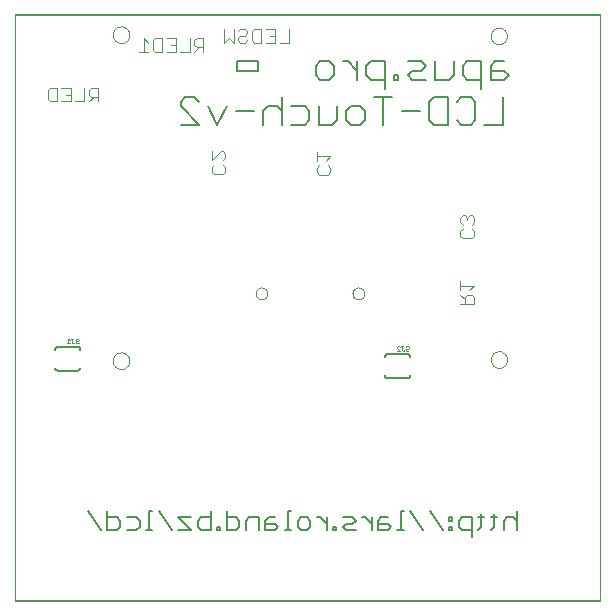
<source format=gbo>
G75*
G70*
%OFA0B0*%
%FSLAX24Y24*%
%IPPOS*%
%LPD*%
%AMOC8*
5,1,8,0,0,1.08239X$1,22.5*
%
%ADD10C,0.0000*%
%ADD11C,0.0080*%
%ADD12C,0.0060*%
%ADD13C,0.0040*%
%ADD14C,0.0010*%
D10*
X000736Y000100D02*
X000736Y019663D01*
X020252Y019663D01*
X020252Y000100D01*
X000736Y000100D01*
X000750Y000128D02*
X000750Y019628D01*
X020250Y019628D01*
X020250Y000128D01*
X000750Y000128D01*
X004004Y008120D02*
X004006Y008153D01*
X004012Y008185D01*
X004021Y008216D01*
X004034Y008246D01*
X004051Y008274D01*
X004071Y008300D01*
X004094Y008324D01*
X004119Y008344D01*
X004147Y008362D01*
X004176Y008376D01*
X004207Y008386D01*
X004239Y008393D01*
X004272Y008396D01*
X004305Y008395D01*
X004337Y008390D01*
X004368Y008381D01*
X004399Y008369D01*
X004427Y008353D01*
X004454Y008334D01*
X004478Y008312D01*
X004499Y008287D01*
X004518Y008260D01*
X004533Y008231D01*
X004544Y008201D01*
X004552Y008169D01*
X004556Y008136D01*
X004556Y008104D01*
X004552Y008071D01*
X004544Y008039D01*
X004533Y008009D01*
X004518Y007980D01*
X004499Y007953D01*
X004478Y007928D01*
X004454Y007906D01*
X004427Y007887D01*
X004399Y007871D01*
X004368Y007859D01*
X004337Y007850D01*
X004305Y007845D01*
X004272Y007844D01*
X004239Y007847D01*
X004207Y007854D01*
X004176Y007864D01*
X004147Y007878D01*
X004119Y007896D01*
X004094Y007916D01*
X004071Y007940D01*
X004051Y007966D01*
X004034Y007994D01*
X004021Y008024D01*
X004012Y008055D01*
X004006Y008087D01*
X004004Y008120D01*
X008768Y010364D02*
X008770Y010391D01*
X008776Y010418D01*
X008785Y010444D01*
X008798Y010468D01*
X008814Y010491D01*
X008833Y010510D01*
X008855Y010527D01*
X008879Y010541D01*
X008904Y010551D01*
X008931Y010558D01*
X008958Y010561D01*
X008986Y010560D01*
X009013Y010555D01*
X009039Y010547D01*
X009063Y010535D01*
X009086Y010519D01*
X009107Y010501D01*
X009124Y010480D01*
X009139Y010456D01*
X009150Y010431D01*
X009158Y010405D01*
X009162Y010378D01*
X009162Y010350D01*
X009158Y010323D01*
X009150Y010297D01*
X009139Y010272D01*
X009124Y010248D01*
X009107Y010227D01*
X009086Y010209D01*
X009064Y010193D01*
X009039Y010181D01*
X009013Y010173D01*
X008986Y010168D01*
X008958Y010167D01*
X008931Y010170D01*
X008904Y010177D01*
X008879Y010187D01*
X008855Y010201D01*
X008833Y010218D01*
X008814Y010237D01*
X008798Y010260D01*
X008785Y010284D01*
X008776Y010310D01*
X008770Y010337D01*
X008768Y010364D01*
X011996Y010364D02*
X011998Y010391D01*
X012004Y010418D01*
X012013Y010444D01*
X012026Y010468D01*
X012042Y010491D01*
X012061Y010510D01*
X012083Y010527D01*
X012107Y010541D01*
X012132Y010551D01*
X012159Y010558D01*
X012186Y010561D01*
X012214Y010560D01*
X012241Y010555D01*
X012267Y010547D01*
X012291Y010535D01*
X012314Y010519D01*
X012335Y010501D01*
X012352Y010480D01*
X012367Y010456D01*
X012378Y010431D01*
X012386Y010405D01*
X012390Y010378D01*
X012390Y010350D01*
X012386Y010323D01*
X012378Y010297D01*
X012367Y010272D01*
X012352Y010248D01*
X012335Y010227D01*
X012314Y010209D01*
X012292Y010193D01*
X012267Y010181D01*
X012241Y010173D01*
X012214Y010168D01*
X012186Y010167D01*
X012159Y010170D01*
X012132Y010177D01*
X012107Y010187D01*
X012083Y010201D01*
X012061Y010218D01*
X012042Y010237D01*
X012026Y010260D01*
X012013Y010284D01*
X012004Y010310D01*
X011998Y010337D01*
X011996Y010364D01*
X016602Y008159D02*
X016604Y008192D01*
X016610Y008224D01*
X016619Y008255D01*
X016632Y008285D01*
X016649Y008313D01*
X016669Y008339D01*
X016692Y008363D01*
X016717Y008383D01*
X016745Y008401D01*
X016774Y008415D01*
X016805Y008425D01*
X016837Y008432D01*
X016870Y008435D01*
X016903Y008434D01*
X016935Y008429D01*
X016966Y008420D01*
X016997Y008408D01*
X017025Y008392D01*
X017052Y008373D01*
X017076Y008351D01*
X017097Y008326D01*
X017116Y008299D01*
X017131Y008270D01*
X017142Y008240D01*
X017150Y008208D01*
X017154Y008175D01*
X017154Y008143D01*
X017150Y008110D01*
X017142Y008078D01*
X017131Y008048D01*
X017116Y008019D01*
X017097Y007992D01*
X017076Y007967D01*
X017052Y007945D01*
X017025Y007926D01*
X016997Y007910D01*
X016966Y007898D01*
X016935Y007889D01*
X016903Y007884D01*
X016870Y007883D01*
X016837Y007886D01*
X016805Y007893D01*
X016774Y007903D01*
X016745Y007917D01*
X016717Y007935D01*
X016692Y007955D01*
X016669Y007979D01*
X016649Y008005D01*
X016632Y008033D01*
X016619Y008063D01*
X016610Y008094D01*
X016604Y008126D01*
X016602Y008159D01*
X016602Y018946D02*
X016604Y018979D01*
X016610Y019011D01*
X016619Y019042D01*
X016632Y019072D01*
X016649Y019100D01*
X016669Y019126D01*
X016692Y019150D01*
X016717Y019170D01*
X016745Y019188D01*
X016774Y019202D01*
X016805Y019212D01*
X016837Y019219D01*
X016870Y019222D01*
X016903Y019221D01*
X016935Y019216D01*
X016966Y019207D01*
X016997Y019195D01*
X017025Y019179D01*
X017052Y019160D01*
X017076Y019138D01*
X017097Y019113D01*
X017116Y019086D01*
X017131Y019057D01*
X017142Y019027D01*
X017150Y018995D01*
X017154Y018962D01*
X017154Y018930D01*
X017150Y018897D01*
X017142Y018865D01*
X017131Y018835D01*
X017116Y018806D01*
X017097Y018779D01*
X017076Y018754D01*
X017052Y018732D01*
X017025Y018713D01*
X016997Y018697D01*
X016966Y018685D01*
X016935Y018676D01*
X016903Y018671D01*
X016870Y018670D01*
X016837Y018673D01*
X016805Y018680D01*
X016774Y018690D01*
X016745Y018704D01*
X016717Y018722D01*
X016692Y018742D01*
X016669Y018766D01*
X016649Y018792D01*
X016632Y018820D01*
X016619Y018850D01*
X016610Y018881D01*
X016604Y018913D01*
X016602Y018946D01*
X004004Y018986D02*
X004006Y019019D01*
X004012Y019051D01*
X004021Y019082D01*
X004034Y019112D01*
X004051Y019140D01*
X004071Y019166D01*
X004094Y019190D01*
X004119Y019210D01*
X004147Y019228D01*
X004176Y019242D01*
X004207Y019252D01*
X004239Y019259D01*
X004272Y019262D01*
X004305Y019261D01*
X004337Y019256D01*
X004368Y019247D01*
X004399Y019235D01*
X004427Y019219D01*
X004454Y019200D01*
X004478Y019178D01*
X004499Y019153D01*
X004518Y019126D01*
X004533Y019097D01*
X004544Y019067D01*
X004552Y019035D01*
X004556Y019002D01*
X004556Y018970D01*
X004552Y018937D01*
X004544Y018905D01*
X004533Y018875D01*
X004518Y018846D01*
X004499Y018819D01*
X004478Y018794D01*
X004454Y018772D01*
X004427Y018753D01*
X004399Y018737D01*
X004368Y018725D01*
X004337Y018716D01*
X004305Y018711D01*
X004272Y018710D01*
X004239Y018713D01*
X004207Y018720D01*
X004176Y018730D01*
X004147Y018744D01*
X004119Y018762D01*
X004094Y018782D01*
X004071Y018806D01*
X004051Y018832D01*
X004034Y018860D01*
X004021Y018890D01*
X004012Y018921D01*
X004006Y018953D01*
X004004Y018986D01*
D11*
X006267Y016750D02*
X006420Y016903D01*
X006727Y016903D01*
X006881Y016750D01*
X007188Y016596D02*
X007495Y015983D01*
X007802Y016596D01*
X008109Y016443D02*
X008722Y016443D01*
X009029Y016443D02*
X009029Y015983D01*
X009029Y016443D02*
X009183Y016596D01*
X009490Y016596D01*
X009643Y016443D01*
X009950Y016596D02*
X010410Y016596D01*
X010564Y016443D01*
X010564Y016136D01*
X010410Y015983D01*
X009950Y015983D01*
X009643Y015983D02*
X009643Y016903D01*
X010871Y016596D02*
X010871Y015983D01*
X011331Y015983D01*
X011485Y016136D01*
X011485Y016596D01*
X011792Y016443D02*
X011792Y016136D01*
X011945Y015983D01*
X012252Y015983D01*
X012406Y016136D01*
X012406Y016443D01*
X012252Y016596D01*
X011945Y016596D01*
X011792Y016443D01*
X012712Y016903D02*
X013326Y016903D01*
X013019Y016903D02*
X013019Y015983D01*
X013633Y016443D02*
X014247Y016443D01*
X014554Y016136D02*
X014554Y016750D01*
X014707Y016903D01*
X015168Y016903D01*
X015168Y015983D01*
X014707Y015983D01*
X014554Y016136D01*
X015475Y016136D02*
X015628Y015983D01*
X015935Y015983D01*
X016089Y016136D01*
X016089Y016750D01*
X015935Y016903D01*
X015628Y016903D01*
X015475Y016750D01*
X015217Y017483D02*
X014757Y017483D01*
X014757Y018096D01*
X014450Y017943D02*
X014297Y018096D01*
X013836Y018096D01*
X013990Y017789D02*
X014297Y017789D01*
X014450Y017943D01*
X013990Y017789D02*
X013836Y017636D01*
X013990Y017483D01*
X014450Y017483D01*
X015217Y017483D02*
X015371Y017636D01*
X015371Y018096D01*
X015678Y017943D02*
X015678Y017636D01*
X015831Y017483D01*
X016292Y017483D01*
X016599Y017483D02*
X017059Y017483D01*
X017212Y017636D01*
X017059Y017789D01*
X016599Y017789D01*
X016599Y017943D02*
X016599Y017483D01*
X016292Y017176D02*
X016292Y018096D01*
X015831Y018096D01*
X015678Y017943D01*
X016599Y017943D02*
X016752Y018096D01*
X017059Y018096D01*
X017009Y016903D02*
X017009Y015983D01*
X016396Y015983D01*
X013529Y017483D02*
X013376Y017483D01*
X013376Y017636D01*
X013529Y017636D01*
X013529Y017483D01*
X013069Y017483D02*
X012609Y017483D01*
X012455Y017636D01*
X012455Y017943D01*
X012609Y018096D01*
X013069Y018096D01*
X013069Y017176D01*
X012148Y017483D02*
X012148Y018096D01*
X012148Y017789D02*
X011841Y018096D01*
X011688Y018096D01*
X011381Y017943D02*
X011381Y017636D01*
X011227Y017483D01*
X010920Y017483D01*
X010767Y017636D01*
X010767Y017943D01*
X010920Y018096D01*
X011227Y018096D01*
X011381Y017943D01*
X006881Y015983D02*
X006267Y016596D01*
X006267Y016750D01*
X006267Y015983D02*
X006881Y015983D01*
X002825Y008593D02*
X002175Y008593D01*
X002158Y008591D01*
X002141Y008587D01*
X002125Y008580D01*
X002111Y008570D01*
X002098Y008557D01*
X002088Y008543D01*
X002081Y008527D01*
X002077Y008510D01*
X002075Y008493D01*
X002075Y007893D02*
X002077Y007876D01*
X002081Y007859D01*
X002088Y007843D01*
X002098Y007829D01*
X002111Y007816D01*
X002125Y007806D01*
X002141Y007799D01*
X002158Y007795D01*
X002175Y007793D01*
X002825Y007793D01*
X002842Y007795D01*
X002859Y007799D01*
X002875Y007806D01*
X002889Y007816D01*
X002902Y007829D01*
X002912Y007843D01*
X002919Y007859D01*
X002923Y007876D01*
X002925Y007893D01*
X002925Y008493D02*
X002923Y008510D01*
X002919Y008527D01*
X002912Y008543D01*
X002902Y008557D01*
X002889Y008570D01*
X002875Y008580D01*
X002859Y008587D01*
X002842Y008591D01*
X002825Y008593D01*
X013175Y008343D02*
X013825Y008343D01*
X013842Y008341D01*
X013859Y008337D01*
X013875Y008330D01*
X013889Y008320D01*
X013902Y008307D01*
X013912Y008293D01*
X013919Y008277D01*
X013923Y008260D01*
X013925Y008243D01*
X013925Y007643D02*
X013923Y007626D01*
X013919Y007609D01*
X013912Y007593D01*
X013902Y007579D01*
X013889Y007566D01*
X013875Y007556D01*
X013859Y007549D01*
X013842Y007545D01*
X013825Y007543D01*
X013175Y007543D01*
X013158Y007545D01*
X013141Y007549D01*
X013125Y007556D01*
X013111Y007566D01*
X013098Y007579D01*
X013088Y007593D01*
X013081Y007609D01*
X013077Y007626D01*
X013075Y007643D01*
X013075Y008243D02*
X013077Y008260D01*
X013081Y008277D01*
X013088Y008293D01*
X013098Y008307D01*
X013111Y008320D01*
X013125Y008330D01*
X013141Y008337D01*
X013158Y008341D01*
X013175Y008343D01*
D12*
X013603Y003113D02*
X013603Y002473D01*
X013497Y002473D02*
X013710Y002473D01*
X013280Y002579D02*
X013174Y002686D01*
X012853Y002686D01*
X012853Y002793D02*
X012853Y002473D01*
X013174Y002473D01*
X013280Y002579D01*
X013174Y002900D02*
X012960Y002900D01*
X012853Y002793D01*
X012636Y002900D02*
X012636Y002473D01*
X012636Y002686D02*
X012422Y002900D01*
X012316Y002900D01*
X012099Y002793D02*
X011992Y002900D01*
X011672Y002900D01*
X011778Y002686D02*
X011992Y002686D01*
X012099Y002793D01*
X012099Y002473D02*
X011778Y002473D01*
X011672Y002579D01*
X011778Y002686D01*
X011454Y002579D02*
X011347Y002579D01*
X011347Y002473D01*
X011454Y002473D01*
X011454Y002579D01*
X011132Y002473D02*
X011132Y002900D01*
X011132Y002686D02*
X010918Y002900D01*
X010812Y002900D01*
X010595Y002793D02*
X010595Y002579D01*
X010488Y002473D01*
X010275Y002473D01*
X010168Y002579D01*
X010168Y002793D01*
X010275Y002900D01*
X010488Y002900D01*
X010595Y002793D01*
X009950Y003113D02*
X009843Y003113D01*
X009843Y002473D01*
X009737Y002473D02*
X009950Y002473D01*
X009521Y002579D02*
X009414Y002686D01*
X009094Y002686D01*
X009094Y002793D02*
X009094Y002473D01*
X009414Y002473D01*
X009521Y002579D01*
X009414Y002900D02*
X009200Y002900D01*
X009094Y002793D01*
X008876Y002900D02*
X008876Y002473D01*
X008876Y002900D02*
X008556Y002900D01*
X008449Y002793D01*
X008449Y002473D01*
X008231Y002579D02*
X008231Y002793D01*
X008125Y002900D01*
X007804Y002900D01*
X007804Y003113D02*
X007804Y002473D01*
X008125Y002473D01*
X008231Y002579D01*
X007587Y002579D02*
X007480Y002579D01*
X007480Y002473D01*
X007587Y002473D01*
X007587Y002579D01*
X007265Y002473D02*
X006944Y002473D01*
X006838Y002579D01*
X006838Y002793D01*
X006944Y002900D01*
X007265Y002900D01*
X007265Y003113D02*
X007265Y002473D01*
X006620Y002473D02*
X006193Y002473D01*
X005976Y002473D02*
X005548Y003113D01*
X005331Y003113D02*
X005224Y003113D01*
X005224Y002473D01*
X005331Y002473D02*
X005117Y002473D01*
X004901Y002579D02*
X004901Y002793D01*
X004795Y002900D01*
X004474Y002900D01*
X004257Y002793D02*
X004150Y002900D01*
X003830Y002900D01*
X003830Y003113D02*
X003830Y002473D01*
X004150Y002473D01*
X004257Y002579D01*
X004257Y002793D01*
X004474Y002473D02*
X004795Y002473D01*
X004901Y002579D01*
X003612Y002473D02*
X003185Y003113D01*
X006193Y002900D02*
X006620Y002473D01*
X006620Y002900D02*
X006193Y002900D01*
X013603Y003113D02*
X013710Y003113D01*
X013928Y003113D02*
X014355Y002473D01*
X014999Y002473D02*
X014572Y003113D01*
X015215Y002900D02*
X015215Y002793D01*
X015322Y002793D01*
X015322Y002900D01*
X015215Y002900D01*
X015539Y002793D02*
X015539Y002579D01*
X015646Y002473D01*
X015966Y002473D01*
X015966Y002259D02*
X015966Y002900D01*
X015646Y002900D01*
X015539Y002793D01*
X015322Y002579D02*
X015322Y002473D01*
X015215Y002473D01*
X015215Y002579D01*
X015322Y002579D01*
X016182Y002473D02*
X016289Y002579D01*
X016289Y003006D01*
X016396Y002900D02*
X016182Y002900D01*
X016612Y002900D02*
X016825Y002900D01*
X016719Y003006D02*
X016719Y002579D01*
X016612Y002473D01*
X017043Y002473D02*
X017043Y002793D01*
X017150Y002900D01*
X017363Y002900D01*
X017470Y002793D01*
X017470Y003113D02*
X017470Y002473D01*
X008863Y017761D02*
X008137Y017761D01*
X008137Y018124D01*
X008863Y018124D01*
X008863Y017761D01*
D13*
X008953Y018724D02*
X008723Y018724D01*
X008646Y018801D01*
X008646Y019108D01*
X008723Y019185D01*
X008953Y019185D01*
X008953Y018724D01*
X009106Y018724D02*
X009413Y018724D01*
X009413Y019185D01*
X009106Y019185D01*
X009260Y018955D02*
X009413Y018955D01*
X009567Y018724D02*
X009874Y018724D01*
X009874Y019185D01*
X008493Y019108D02*
X008493Y019031D01*
X008416Y018955D01*
X008262Y018955D01*
X008186Y018878D01*
X008186Y018801D01*
X008262Y018724D01*
X008416Y018724D01*
X008493Y018801D01*
X008493Y019108D02*
X008416Y019185D01*
X008262Y019185D01*
X008186Y019108D01*
X008032Y019185D02*
X008032Y018724D01*
X007879Y018878D01*
X007725Y018724D01*
X007725Y019185D01*
X007030Y018873D02*
X006800Y018873D01*
X006723Y018796D01*
X006723Y018643D01*
X006800Y018566D01*
X007030Y018566D01*
X006877Y018566D02*
X006723Y018413D01*
X006570Y018413D02*
X006263Y018413D01*
X006109Y018413D02*
X005802Y018413D01*
X005649Y018413D02*
X005419Y018413D01*
X005342Y018489D01*
X005342Y018796D01*
X005419Y018873D01*
X005649Y018873D01*
X005649Y018413D01*
X005956Y018643D02*
X006109Y018643D01*
X006109Y018873D02*
X005802Y018873D01*
X006109Y018873D02*
X006109Y018413D01*
X006570Y018413D02*
X006570Y018873D01*
X007030Y018873D02*
X007030Y018413D01*
X005188Y018413D02*
X004882Y018413D01*
X005035Y018413D02*
X005035Y018873D01*
X005188Y018719D01*
X003522Y017223D02*
X003291Y017223D01*
X003215Y017146D01*
X003215Y016993D01*
X003291Y016916D01*
X003522Y016916D01*
X003522Y016763D02*
X003522Y017223D01*
X003368Y016916D02*
X003215Y016763D01*
X003061Y016763D02*
X002754Y016763D01*
X002601Y016763D02*
X002294Y016763D01*
X002140Y016763D02*
X001910Y016763D01*
X001833Y016839D01*
X001833Y017146D01*
X001910Y017223D01*
X002140Y017223D01*
X002140Y016763D01*
X002447Y016993D02*
X002601Y016993D01*
X002601Y017223D02*
X002294Y017223D01*
X002601Y017223D02*
X002601Y016763D01*
X003061Y016763D02*
X003061Y017223D01*
X007301Y015102D02*
X007301Y014795D01*
X007608Y015102D01*
X007684Y015102D01*
X007761Y015025D01*
X007761Y014872D01*
X007684Y014795D01*
X007684Y014641D02*
X007761Y014565D01*
X007761Y014411D01*
X007684Y014335D01*
X007377Y014335D01*
X007301Y014411D01*
X007301Y014565D01*
X007377Y014641D01*
X010799Y014557D02*
X010799Y014403D01*
X010875Y014327D01*
X011182Y014327D01*
X011259Y014403D01*
X011259Y014557D01*
X011182Y014634D01*
X011106Y014787D02*
X011259Y014941D01*
X010799Y014941D01*
X010799Y015094D02*
X010799Y014787D01*
X010875Y014634D02*
X010799Y014557D01*
X015591Y012888D02*
X015591Y012735D01*
X015668Y012658D01*
X015668Y012505D02*
X015591Y012428D01*
X015591Y012274D01*
X015668Y012198D01*
X015975Y012198D01*
X016051Y012274D01*
X016051Y012428D01*
X015975Y012505D01*
X015975Y012658D02*
X016051Y012735D01*
X016051Y012888D01*
X015975Y012965D01*
X015898Y012965D01*
X015821Y012888D01*
X015745Y012965D01*
X015668Y012965D01*
X015591Y012888D01*
X015821Y012888D02*
X015821Y012812D01*
X015582Y010778D02*
X015582Y010471D01*
X015582Y010318D02*
X015736Y010164D01*
X015736Y010241D02*
X015736Y010011D01*
X015582Y010011D02*
X016043Y010011D01*
X016043Y010241D01*
X015966Y010318D01*
X015812Y010318D01*
X015736Y010241D01*
X015889Y010471D02*
X016043Y010625D01*
X015582Y010625D01*
D14*
X013845Y008598D02*
X013870Y008573D01*
X013870Y008548D01*
X013845Y008523D01*
X013795Y008523D01*
X013770Y008498D01*
X013770Y008473D01*
X013795Y008448D01*
X013845Y008448D01*
X013870Y008473D01*
X013845Y008598D02*
X013795Y008598D01*
X013770Y008573D01*
X013673Y008598D02*
X013623Y008598D01*
X013648Y008598D02*
X013648Y008473D01*
X013673Y008448D01*
X013698Y008448D01*
X013723Y008473D01*
X013575Y008448D02*
X013475Y008448D01*
X013475Y008548D02*
X013475Y008573D01*
X013500Y008598D01*
X013550Y008598D01*
X013575Y008573D01*
X013475Y008548D02*
X013575Y008448D01*
X002870Y008723D02*
X002845Y008698D01*
X002795Y008698D01*
X002770Y008723D01*
X002770Y008748D01*
X002795Y008773D01*
X002845Y008773D01*
X002870Y008798D01*
X002870Y008823D01*
X002845Y008848D01*
X002795Y008848D01*
X002770Y008823D01*
X002673Y008848D02*
X002623Y008848D01*
X002648Y008848D02*
X002648Y008723D01*
X002673Y008698D01*
X002698Y008698D01*
X002723Y008723D01*
X002575Y008698D02*
X002475Y008698D01*
X002525Y008698D02*
X002525Y008848D01*
X002575Y008798D01*
M02*

</source>
